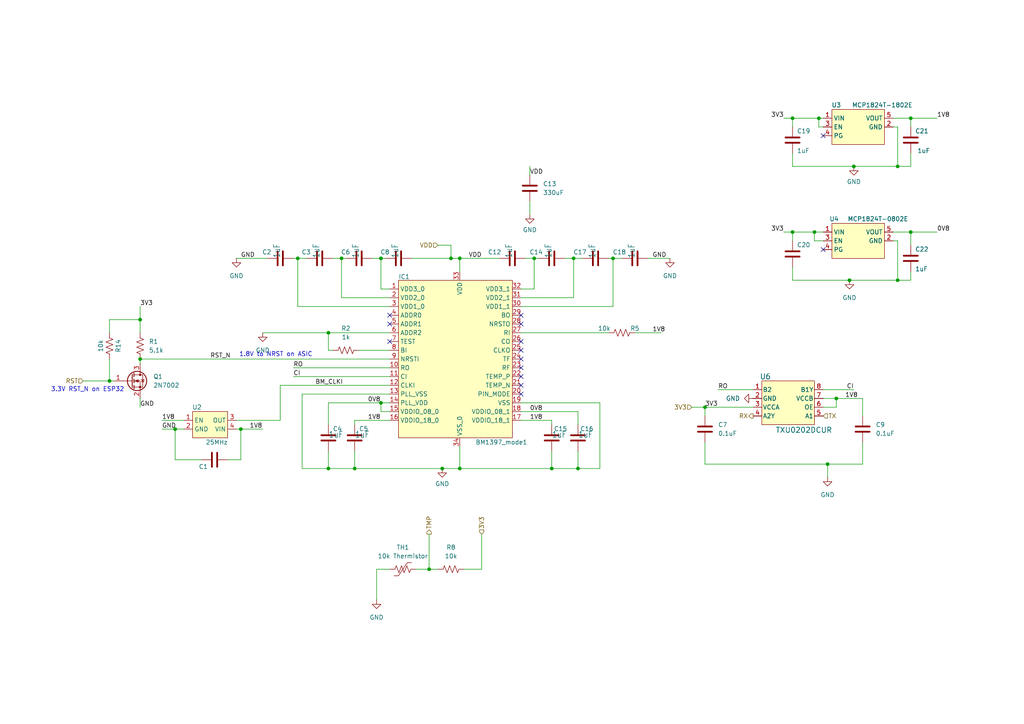
<source format=kicad_sch>
(kicad_sch (version 20231120) (generator "eeschema") (generator_version "8.0")
  (paper "A4")
  (title_block (title "NerdNOS") (date "2024-04-05") (rev "1"))
  (lib_symbols
    (symbol "Device:C" (pin_numbers hide) (pin_names (offset 0.254))
      (property "Reference" "C" (at 0.635 2.54 0))
      (property "Value" "C" (at 0.635 -2.54 0))
      (symbol "C_0_1"
        (polyline (pts (xy -2.032 -0.762) (xy 2.032 -0.762)) (stroke (width 0.508)))
        (polyline (pts (xy -2.032 0.762) (xy 2.032 0.762)) (stroke (width 0.508)))
      )
      (symbol "C_1_1"
        (pin passive line (at 0 3.81 270) (length 2.794) (name "~") (number "1"))
        (pin passive line (at 0 -3.81 90) (length 2.794) (name "~") (number "2"))
      )
    )
    (symbol "Device:R_US" (pin_numbers hide) (pin_names (offset 0))
      (property "Reference" "R" (at 2.54 0 90))
      (property "Value" "R_US" (at -2.54 0 90))
      (symbol "R_US_0_1"
        (polyline (pts (xy 0 -2.286) (xy 0 -2.54)))
        (polyline (pts (xy 0 2.286) (xy 0 2.54)))
        (polyline (pts (xy 0 -0.762) (xy 1.016 -1.143) (xy 0 -1.524) (xy -1.016 -1.905) (xy 0 -2.286)))
        (polyline (pts (xy 0 0.762) (xy 1.016 0.381) (xy 0 0) (xy -1.016 -0.381) (xy 0 -0.762)))
        (polyline (pts (xy 0 2.286) (xy 1.016 1.905) (xy 0 1.524) (xy -1.016 1.143) (xy 0 0.762)))
      )
      (symbol "R_US_1_1"
        (pin passive line (at 0 3.81 270) (length 1.27) (name "~") (number "1"))
        (pin passive line (at 0 -3.81 90) (length 1.27) (name "~") (number "2"))
      )
    )
    (symbol "Device:Thermistor_US" (pin_numbers hide) (pin_names (offset 0))
      (property "Reference" "TH" (at 2.54 1.27 90))
      (property "Value" "Thermistor_US" (at -2.54 0 90))
      (symbol "Thermistor_US_0_1"
        (polyline (pts (xy 0 -2.286) (xy 0 -2.54)))
        (polyline (pts (xy 0 2.286) (xy 0 2.54)))
        (polyline (pts (xy 1.905 -1.27) (xy 1.905 -2.54)))
        (polyline (pts (xy -1.905 2.54) (xy -1.905 1.27) (xy 1.905 -1.27)))
        (polyline (pts (xy 0 -0.762) (xy 1.016 -1.143) (xy 0 -1.524) (xy -1.016 -1.905) (xy 0 -2.286)))
        (polyline (pts (xy 0 0.762) (xy 1.016 0.381) (xy 0 0) (xy -1.016 -0.381) (xy 0 -0.762)))
        (polyline (pts (xy 0 2.286) (xy 1.016 1.905) (xy 0 1.524) (xy -1.016 1.143) (xy 0 0.762)))
      )
      (symbol "Thermistor_US_1_1"
        (pin passive line (at 0 3.81 270) (length 1.27) (name "~") (number "1"))
        (pin passive line (at 0 -3.81 90) (length 1.27) (name "~") (number "2"))
      )
    )
    (symbol "GND_1" (power) (pin_numbers hide) (pin_names (offset 0) hide)
      (property "Value" "GND" (at 0 -3.81 0))
      (symbol "GND_1_0_1"
        (polyline (pts (xy 0 0) (xy 0 -1.27) (xy 1.27 -1.27) (xy 0 -2.54) (xy -1.27 -1.27) (xy 0 -1.27)))
      )
      (symbol "GND_1_1_1"
        (pin power_in line (at 0 0 270) (length 0) (name "~") (number "1"))
      )
    )
    (symbol "GND_2" (power) (pin_numbers hide) (pin_names (offset 0) hide)
      (property "Value" "GND" (at 0 -3.81 0))
      (symbol "GND_2_0_1"
        (polyline (pts (xy 0 0) (xy 0 -1.27) (xy 1.27 -1.27) (xy 0 -2.54) (xy -1.27 -1.27) (xy 0 -1.27)))
      )
      (symbol "GND_2_1_1"
        (pin power_in line (at 0 0 270) (length 0) (name "~") (number "1"))
      )
    )
    (symbol "GND_4" (power) (pin_numbers hide) (pin_names (offset 0) hide)
      (property "Value" "GND" (at 0 -3.81 0))
      (symbol "GND_4_0_1"
        (polyline (pts (xy 0 0) (xy 0 -1.27) (xy 1.27 -1.27) (xy 0 -2.54) (xy -1.27 -1.27) (xy 0 -1.27)))
      )
      (symbol "GND_4_1_1"
        (pin power_in line (at 0 0 270) (length 0) (name "~") (number "1"))
      )
    )
    (symbol "GND_5" (power) (pin_numbers hide) (pin_names (offset 0) hide)
      (property "Value" "GND" (at 0 -3.81 0))
      (symbol "GND_5_0_1"
        (polyline (pts (xy 0 0) (xy 0 -1.27) (xy 1.27 -1.27) (xy 0 -2.54) (xy -1.27 -1.27) (xy 0 -1.27)))
      )
      (symbol "GND_5_1_1"
        (pin power_in line (at 0 0 270) (length 0) (name "~") (number "1"))
      )
    )
    (symbol "GND_6" (power) (pin_numbers hide) (pin_names (offset 0) hide)
      (property "Value" "GND" (at 0 -3.81 0))
      (symbol "GND_6_0_1"
        (polyline (pts (xy 0 0) (xy 0 -1.27) (xy 1.27 -1.27) (xy 0 -2.54) (xy -1.27 -1.27) (xy 0 -1.27)))
      )
      (symbol "GND_6_1_1"
        (pin power_in line (at 0 0 270) (length 0) (name "~") (number "1"))
      )
    )
    (symbol "GND_7" (power) (pin_numbers hide) (pin_names (offset 0) hide)
      (property "Value" "GND" (at 0 -3.81 0))
      (symbol "GND_7_0_1"
        (polyline (pts (xy 0 0) (xy 0 -1.27) (xy 1.27 -1.27) (xy 0 -2.54) (xy -1.27 -1.27) (xy 0 -1.27)))
      )
      (symbol "GND_7_1_1"
        (pin power_in line (at 0 0 270) (length 0) (name "~") (number "1"))
      )
    )
    (symbol "Transistor_FET:2N7002" (pin_names hide)
      (property "Reference" "Q" (at 5.08 1.905 0))
      (property "Value" "2N7002" (at 5.08 0 0))
      (symbol "2N7002_0_1"
        (polyline (pts (xy 0.254 0) (xy -2.54 0)))
        (polyline (pts (xy 0.254 1.905) (xy 0.254 -1.905)) (stroke (width 0.254)))
        (polyline (pts (xy 0.762 -1.27) (xy 0.762 -2.286)) (stroke (width 0.254)))
        (polyline (pts (xy 0.762 0.508) (xy 0.762 -0.508)) (stroke (width 0.254)))
        (polyline (pts (xy 0.762 2.286) (xy 0.762 1.27)) (stroke (width 0.254)))
        (polyline (pts (xy 2.54 2.54) (xy 2.54 1.778)))
        (polyline (pts (xy 2.54 -2.54) (xy 2.54 0) (xy 0.762 0)))
        (polyline (pts (xy 0.762 -1.778) (xy 3.302 -1.778) (xy 3.302 1.778) (xy 0.762 1.778)))
        (polyline (pts (xy 1.016 0) (xy 2.032 0.381) (xy 2.032 -0.381) (xy 1.016 0)) (fill (type outline)))
        (polyline (pts (xy 2.794 0.508) (xy 2.921 0.381) (xy 3.683 0.381) (xy 3.81 0.254)))
        (polyline (pts (xy 3.302 0.381) (xy 2.921 -0.254) (xy 3.683 -0.254) (xy 3.302 0.381)))
        (circle (center 1.651 0) (radius 2.794) (stroke (width 0.254)))
        (circle (center 2.54 -1.778) (radius 0.254) (fill (type outline)))
        (circle (center 2.54 1.778) (radius 0.254) (fill (type outline)))
      )
      (symbol "2N7002_1_1"
        (pin input line (at -5.08 0 0) (length 2.54) (name "G") (number "1"))
        (pin passive line (at 2.54 -5.08 90) (length 2.54) (name "S") (number "2"))
        (pin passive line (at 2.54 5.08 270) (length 2.54) (name "D") (number "3"))
      )
    )
    (symbol "bitaxe:BM1397_mode1"
      (property "Reference" "IC" (at -17.78 17.78 0))
      (property "Value" "BM1397_mode1" (at -17.78 -30.48 0))
      (symbol "BM1397_mode1_1_0"
        (pin bidirectional line (at -20.32 15.24 0) (length 2.54) (name "VDD3_0") (number "1"))
        (pin bidirectional line (at -20.32 -7.62 0) (length 2.54) (name "RO") (number "10"))
        (pin bidirectional line (at -20.32 -10.16 0) (length 2.54) (name "CI") (number "11"))
        (pin bidirectional line (at -20.32 -12.7 0) (length 2.54) (name "CLKI") (number "12"))
        (pin bidirectional line (at -20.32 -15.24 0) (length 2.54) (name "PLL_VSS") (number "13"))
        (pin bidirectional line (at -20.32 -17.78 0) (length 2.54) (name "PLL_VDD") (number "14"))
        (pin bidirectional line (at -20.32 -20.32 0) (length 2.54) (name "VDDIO_08_0") (number "15"))
        (pin bidirectional line (at -20.32 -22.86 0) (length 2.54) (name "VDDIO_18_0") (number "16"))
        (pin bidirectional line (at 17.78 -22.86 180) (length 2.54) (name "VDDIO_18_1") (number "17"))
        (pin bidirectional line (at 17.78 -20.32 180) (length 2.54) (name "VDDIO_08_1") (number "18"))
        (pin bidirectional line (at 17.78 -17.78 180) (length 2.54) (name "VSS") (number "19"))
        (pin bidirectional line (at -20.32 12.7 0) (length 2.54) (name "VDD2_0") (number "2"))
        (pin bidirectional line (at 17.78 -15.24 180) (length 2.54) (name "PIN_MODE") (number "20"))
        (pin bidirectional line (at 17.78 -12.7 180) (length 2.54) (name "TEMP_N") (number "21"))
        (pin bidirectional line (at 17.78 -10.16 180) (length 2.54) (name "TEMP_P") (number "22"))
        (pin bidirectional line (at 17.78 -7.62 180) (length 2.54) (name "RF") (number "23"))
        (pin bidirectional line (at 17.78 -5.08 180) (length 2.54) (name "TF") (number "24"))
        (pin bidirectional line (at 17.78 -2.54 180) (length 2.54) (name "CLKO") (number "25"))
        (pin bidirectional line (at 17.78 0 180) (length 2.54) (name "CO") (number "26"))
        (pin bidirectional line (at 17.78 2.54 180) (length 2.54) (name "RI") (number "27"))
        (pin bidirectional line (at 17.78 5.08 180) (length 2.54) (name "NRSTO") (number "28"))
        (pin bidirectional line (at 17.78 7.62 180) (length 2.54) (name "BO") (number "29"))
        (pin bidirectional line (at -20.32 10.16 0) (length 2.54) (name "VDD1_0") (number "3"))
        (pin bidirectional line (at 17.78 10.16 180) (length 2.54) (name "VDD1_1") (number "30"))
        (pin bidirectional line (at 17.78 12.7 180) (length 2.54) (name "VDD2_1") (number "31"))
        (pin bidirectional line (at 17.78 15.24 180) (length 2.54) (name "VDD3_1") (number "32"))
        (pin bidirectional line (at 0 20.32 270) (length 2.54) (name "VDD") (number "33"))
        (pin bidirectional line (at 0 -30.48 90) (length 2.54) (name "VSS_0") (number "34"))
        (pin bidirectional line (at -20.32 7.62 0) (length 2.54) (name "ADDR0") (number "4"))
        (pin bidirectional line (at -20.32 5.08 0) (length 2.54) (name "ADDR1") (number "5"))
        (pin bidirectional line (at -20.32 2.54 0) (length 2.54) (name "ADDR2") (number "6"))
        (pin bidirectional line (at -20.32 0 0) (length 2.54) (name "TEST") (number "7"))
        (pin bidirectional line (at -20.32 -2.54 0) (length 2.54) (name "BI") (number "8"))
        (pin bidirectional line (at -20.32 -5.08 0) (length 2.54) (name "NRSTI") (number "9"))
      )
      (symbol "BM1397_mode1_1_1"
        (rectangle (start -17.78 17.78) (end 15.24 -27.94) (stroke (width 0.1524)) (fill (type background)))
      )
    )
    (symbol "bitaxe:MCP1824"
      (property "Reference" "U" (at -7.62 5.08 0))
      (property "Value" "MCP1824" (at 5.08 5.08 0))
      (symbol "MCP1824_0_1"
        (rectangle (start -7.62 3.81) (end 7.62 -6.35) (stroke (width 0.1524)) (fill (type background)))
      )
      (symbol "MCP1824_1_0"
        (pin bidirectional line (at -10.16 1.27 0) (length 2.54) (name "VIN") (number "1"))
        (pin bidirectional line (at 10.16 -1.27 180) (length 2.54) (name "GND") (number "2"))
        (pin bidirectional line (at -10.16 -1.27 0) (length 2.54) (name "EN") (number "3"))
        (pin bidirectional line (at -10.16 -3.81 0) (length 2.54) (name "PG") (number "4"))
        (pin power_out line (at 10.16 1.27 180) (length 2.54) (name "VOUT") (number "5"))
      )
    )
    (symbol "bitaxe:TXU0202DCUR" (pin_names (offset 0.254))
      (property "Reference" "U6" (at -6.604 7.62 0))
      (property "Value" "TXU0202DCUR" (at 7.62 -8.128 0))
      (symbol "TXU0202DCUR_0_1"
        (pin power_out line (at -10.16 1.27 0) (length 2.54) (name "GND") (number "2"))
        (pin power_in line (at -10.16 -1.27 0) (length 2.54) (name "VCCA") (number "3"))
        (pin output line (at -10.16 -3.81 0) (length 2.54) (name "A2Y") (number "4"))
        (pin input line (at 10.16 -3.81 180) (length 2.54) (name "A1") (number "5"))
        (pin input line (at 10.16 -1.27 180) (length 2.54) (name "OE") (number "6"))
        (pin power_in line (at 10.16 1.27 180) (length 2.54) (name "VCCB") (number "7"))
        (pin output line (at 10.16 3.81 180) (length 2.54) (name "B1Y") (number "8"))
      )
      (symbol "TXU0202DCUR_1_1"
        (rectangle (start -7.62 6.35) (end 7.62 -6.35) (fill (type background)))
        (pin input line (at -10.16 3.81 0) (length 2.54) (name "B2") (number "1"))
      )
    )
    (symbol "bitaxe:oscillator"
      (property "Reference" "U" (at -3.81 5.08 0))
      (property "Value" "oscillator" (at 0 -5.08 0))
      (symbol "oscillator_0_1"
        (rectangle (start -5.08 3.81) (end 5.08 -3.81) (stroke (width 0.1524)) (fill (type background)))
      )
      (symbol "oscillator_1_0"
        (pin input line (at -7.62 1.27 0) (length 2.54) (name "EN") (number "1"))
        (pin bidirectional line (at -7.62 -1.27 0) (length 2.54) (name "GND") (number "2"))
        (pin bidirectional line (at 7.62 1.27 180) (length 2.54) (name "OUT") (number "3"))
        (pin power_in line (at 7.62 -1.27 180) (length 2.54) (name "VIN") (number "4"))
      )
    )
    (symbol "power:GND" (power) (pin_names (offset 0))
      (property "Value" "GND" (at 0 -3.81 0))
      (symbol "GND_0_1"
        (polyline (pts (xy 0 0) (xy 0 -1.27) (xy 1.27 -1.27) (xy 0 -2.54) (xy -1.27 -1.27) (xy 0 -1.27)))
      )
      (symbol "GND_1_1"
        (pin power_in line (at 0 0 270) (length 0) hide (name "GND") (number "1"))
      )
    )
  )
  (junction (at 240.03 134.62))
  (junction (at 260.35 48.26) (diameter 0.9144))
  (junction (at 229.87 67.31) (diameter 0.9144))
  (junction (at 242.57 115.57))
  (junction (at 237.49 34.29))
  (junction (at 95.25 135.89))
  (junction (at 229.87 34.29) (diameter 0.9144))
  (junction (at 160.02 135.89))
  (junction (at 130.81 74.93))
  (junction (at 50.8 124.46))
  (junction (at 40.64 104.14))
  (junction (at 204.47 118.11))
  (junction (at 167.64 135.89))
  (junction (at 128.27 135.89))
  (junction (at 102.87 135.89))
  (junction (at 236.22 67.31))
  (junction (at 247.65 48.26))
  (junction (at 40.64 92.71))
  (junction (at 264.16 67.31) (diameter 0.9144))
  (junction (at 99.06 74.93))
  (junction (at 154.94 74.93))
  (junction (at 166.37 74.93))
  (junction (at 124.46 165.1))
  (junction (at 95.25 96.52))
  (junction (at 264.16 34.29) (diameter 0.9144))
  (junction (at 86.36 74.93))
  (junction (at 177.8 74.93))
  (junction (at 31.75 110.49))
  (junction (at 246.38 81.28))
  (junction (at 110.49 116.84))
  (junction (at 133.35 135.89))
  (junction (at 69.85 124.46))
  (junction (at 133.35 74.93))
  (junction (at 260.35 81.28) (diameter 0.9144))
  (junction (at 110.49 74.93))
  (no_connect (at 113.03 99.06))
  (no_connect (at 151.13 111.76))
  (no_connect (at 151.13 114.3))
  (no_connect (at 151.13 101.6))
  (no_connect (at 151.13 109.22))
  (no_connect (at 151.13 104.14))
  (no_connect (at 238.76 39.37))
  (no_connect (at 113.03 93.98))
  (no_connect (at 151.13 106.68))
  (no_connect (at 151.13 99.06))
  (no_connect (at 151.13 91.44))
  (no_connect (at 151.13 93.98))
  (no_connect (at 113.03 91.44))
  (no_connect (at 238.76 72.39))
  (wire (pts (xy 133.35 135.89) (xy 133.35 129.54)))
  (wire (pts (xy 110.49 74.93) (xy 110.49 83.82)))
  (wire (pts (xy 40.64 104.14) (xy 113.03 104.14)))
  (wire (pts (xy 107.95 74.93) (xy 110.49 74.93)))
  (wire (pts (xy 69.85 124.46) (xy 76.2 124.46)))
  (wire (pts (xy 40.64 92.71) (xy 40.64 96.52)))
  (wire (pts (xy 102.87 130.81) (xy 102.87 135.89)))
  (wire (pts (xy 68.58 124.46) (xy 69.85 124.46)))
  (wire (pts (xy 187.96 74.93) (xy 194.31 74.93)))
  (wire (pts (xy 154.94 74.93) (xy 156.21 74.93)))
  (wire (pts (xy 240.03 134.62) (xy 250.19 134.62)))
  (wire (pts (xy 76.2 96.52) (xy 95.25 96.52)))
  (wire (pts (xy 166.37 86.36) (xy 166.37 74.93)))
  (wire (pts (xy 153.67 58.42) (xy 153.67 62.23)))
  (wire (pts (xy 120.65 165.1) (xy 124.46 165.1)))
  (wire (pts (xy 31.75 96.52) (xy 31.75 92.71)))
  (wire (pts (xy 236.22 69.85) (xy 238.76 69.85)))
  (wire (pts (xy 184.15 96.52) (xy 191.77 96.52)))
  (wire (pts (xy 160.02 130.81) (xy 160.02 135.89)))
  (wire (pts (xy 86.36 88.9) (xy 86.36 74.93)))
  (wire (pts (xy 173.99 116.84) (xy 151.13 116.84)))
  (wire (pts (xy 260.35 81.28) (xy 246.38 81.28)))
  (wire (pts (xy 31.75 92.71) (xy 40.64 92.71)))
  (wire (pts (xy 24.13 110.49) (xy 31.75 110.49)))
  (wire (pts (xy 110.49 119.38) (xy 110.49 116.84)))
  (wire (pts (xy 238.76 118.11) (xy 242.57 118.11)))
  (wire (pts (xy 68.58 121.92) (xy 81.28 121.92)))
  (wire (pts (xy 264.16 34.29) (xy 271.78 34.29)))
  (wire (pts (xy 260.35 69.85) (xy 259.08 69.85)))
  (wire (pts (xy 229.87 48.26) (xy 247.65 48.26)))
  (wire (pts (xy 264.16 44.45) (xy 264.16 48.26)))
  (wire (pts (xy 95.25 130.81) (xy 95.25 135.89)))
  (wire (pts (xy 152.4 74.93) (xy 154.94 74.93)))
  (wire (pts (xy 236.22 69.85) (xy 236.22 67.31)))
  (wire (pts (xy 81.28 111.76) (xy 81.28 121.92)))
  (wire (pts (xy 50.8 133.35) (xy 50.8 124.46)))
  (wire (pts (xy 127 71.12) (xy 130.81 71.12)))
  (wire (pts (xy 227.33 67.31) (xy 229.87 67.31)))
  (wire (pts (xy 46.99 124.46) (xy 50.8 124.46)))
  (wire (pts (xy 167.64 119.38) (xy 167.64 123.19)))
  (wire (pts (xy 95.25 135.89) (xy 102.87 135.89)))
  (wire (pts (xy 238.76 115.57) (xy 242.57 115.57)))
  (wire (pts (xy 229.87 44.45) (xy 229.87 48.26)))
  (wire (pts (xy 238.76 113.03) (xy 247.65 113.03)))
  (wire (pts (xy 87.63 114.3) (xy 87.63 135.89)))
  (wire (pts (xy 229.87 34.29) (xy 229.87 36.83)))
  (wire (pts (xy 236.22 67.31) (xy 238.76 67.31)))
  (wire (pts (xy 109.22 165.1) (xy 109.22 173.99)))
  (wire (pts (xy 250.19 134.62) (xy 250.19 128.27)))
  (wire (pts (xy 31.75 110.49) (xy 33.02 110.49)))
  (wire (pts (xy 151.13 119.38) (xy 167.64 119.38)))
  (wire (pts (xy 95.25 116.84) (xy 110.49 116.84)))
  (wire (pts (xy 237.49 36.83) (xy 237.49 34.29)))
  (wire (pts (xy 242.57 115.57) (xy 250.19 115.57)))
  (wire (pts (xy 119.38 74.93) (xy 130.81 74.93)))
  (wire (pts (xy 229.87 34.29) (xy 237.49 34.29)))
  (wire (pts (xy 31.75 104.14) (xy 31.75 110.49)))
  (wire (pts (xy 68.58 74.93) (xy 77.47 74.93)))
  (wire (pts (xy 204.47 134.62) (xy 204.47 128.27)))
  (wire (pts (xy 124.46 154.94) (xy 124.46 165.1)))
  (wire (pts (xy 85.09 109.22) (xy 113.03 109.22)))
  (wire (pts (xy 259.08 67.31) (xy 264.16 67.31)))
  (wire (pts (xy 113.03 83.82) (xy 110.49 83.82)))
  (wire (pts (xy 229.87 67.31) (xy 229.87 69.85)))
  (wire (pts (xy 86.36 74.93) (xy 88.9 74.93)))
  (wire (pts (xy 128.27 135.89) (xy 133.35 135.89)))
  (wire (pts (xy 208.28 113.03) (xy 218.44 113.03)))
  (wire (pts (xy 259.08 34.29) (xy 264.16 34.29)))
  (wire (pts (xy 204.47 118.11) (xy 218.44 118.11)))
  (wire (pts (xy 166.37 74.93) (xy 168.91 74.93)))
  (wire (pts (xy 133.35 74.93) (xy 133.35 78.74)))
  (wire (pts (xy 173.99 135.89) (xy 173.99 116.84)))
  (wire (pts (xy 133.35 135.89) (xy 160.02 135.89)))
  (wire (pts (xy 66.04 133.35) (xy 69.85 133.35)))
  (wire (pts (xy 151.13 121.92) (xy 160.02 121.92)))
  (wire (pts (xy 242.57 118.11) (xy 242.57 115.57)))
  (wire (pts (xy 200.66 118.11) (xy 204.47 118.11)))
  (wire (pts (xy 153.67 50.8) (xy 153.67 48.26)))
  (wire (pts (xy 81.28 111.76) (xy 113.03 111.76)))
  (wire (pts (xy 250.19 115.57) (xy 250.19 120.65)))
  (wire (pts (xy 46.99 121.92) (xy 53.34 121.92)))
  (wire (pts (xy 151.13 96.52) (xy 176.53 96.52)))
  (wire (pts (xy 95.25 123.19) (xy 95.25 116.84)))
  (wire (pts (xy 69.85 133.35) (xy 69.85 124.46)))
  (wire (pts (xy 163.83 74.93) (xy 166.37 74.93)))
  (wire (pts (xy 167.64 135.89) (xy 173.99 135.89)))
  (wire (pts (xy 264.16 48.26) (xy 260.35 48.26)))
  (wire (pts (xy 130.81 71.12) (xy 130.81 74.93)))
  (wire (pts (xy 85.09 106.68) (xy 113.03 106.68)))
  (wire (pts (xy 237.49 34.29) (xy 238.76 34.29)))
  (wire (pts (xy 144.78 74.93) (xy 133.35 74.93)))
  (wire (pts (xy 264.16 67.31) (xy 264.16 71.12)))
  (wire (pts (xy 204.47 134.62) (xy 240.03 134.62)))
  (wire (pts (xy 176.53 74.93) (xy 177.8 74.93)))
  (wire (pts (xy 50.8 124.46) (xy 53.34 124.46)))
  (wire (pts (xy 102.87 135.89) (xy 128.27 135.89)))
  (wire (pts (xy 113.03 86.36) (xy 99.06 86.36)))
  (wire (pts (xy 113.03 119.38) (xy 110.49 119.38)))
  (wire (pts (xy 110.49 116.84) (xy 113.03 116.84)))
  (wire (pts (xy 260.35 36.83) (xy 260.35 48.26)))
  (wire (pts (xy 160.02 135.89) (xy 167.64 135.89)))
  (wire (pts (xy 104.14 101.6) (xy 113.03 101.6)))
  (wire (pts (xy 229.87 67.31) (xy 236.22 67.31)))
  (wire (pts (xy 95.25 96.52) (xy 113.03 96.52)))
  (wire (pts (xy 167.64 130.81) (xy 167.64 135.89)))
  (wire (pts (xy 102.87 123.19) (xy 102.87 121.92)))
  (wire (pts (xy 96.52 101.6) (xy 95.25 101.6)))
  (wire (pts (xy 102.87 121.92) (xy 113.03 121.92)))
  (wire (pts (xy 95.25 101.6) (xy 95.25 96.52)))
  (wire (pts (xy 260.35 36.83) (xy 259.08 36.83)))
  (wire (pts (xy 87.63 135.89) (xy 95.25 135.89)))
  (wire (pts (xy 58.42 133.35) (xy 50.8 133.35)))
  (wire (pts (xy 264.16 34.29) (xy 264.16 36.83)))
  (wire (pts (xy 87.63 114.3) (xy 113.03 114.3)))
  (wire (pts (xy 151.13 88.9) (xy 177.8 88.9)))
  (wire (pts (xy 204.47 118.11) (xy 204.47 120.65)))
  (wire (pts (xy 260.35 69.85) (xy 260.35 81.28)))
  (wire (pts (xy 110.49 74.93) (xy 111.76 74.93)))
  (wire (pts (xy 227.33 34.29) (xy 229.87 34.29)))
  (wire (pts (xy 85.09 74.93) (xy 86.36 74.93)))
  (wire (pts (xy 247.65 48.26) (xy 260.35 48.26)))
  (wire (pts (xy 113.03 88.9) (xy 86.36 88.9)))
  (wire (pts (xy 40.64 88.9) (xy 40.64 92.71)))
  (wire (pts (xy 264.16 81.28) (xy 260.35 81.28)))
  (wire (pts (xy 229.87 77.47) (xy 229.87 81.28)))
  (wire (pts (xy 177.8 88.9) (xy 177.8 74.93)))
  (wire (pts (xy 130.81 74.93) (xy 133.35 74.93)))
  (wire (pts (xy 96.52 74.93) (xy 99.06 74.93)))
  (wire (pts (xy 40.64 115.57) (xy 40.64 118.11)))
  (wire (pts (xy 99.06 86.36) (xy 99.06 74.93)))
  (wire (pts (xy 264.16 78.74) (xy 264.16 81.28)))
  (wire (pts (xy 160.02 121.92) (xy 160.02 123.19)))
  (wire (pts (xy 264.16 67.31) (xy 271.78 67.31)))
  (wire (pts (xy 99.06 74.93) (xy 100.33 74.93)))
  (wire (pts (xy 237.49 36.83) (xy 238.76 36.83)))
  (wire (pts (xy 240.03 134.62) (xy 240.03 138.43)))
  (wire (pts (xy 134.62 165.1) (xy 139.7 165.1)))
  (wire (pts (xy 246.38 81.28) (xy 229.87 81.28)))
  (wire (pts (xy 154.94 83.82) (xy 154.94 74.93)))
  (wire (pts (xy 40.64 104.14) (xy 40.64 105.41)))
  (wire (pts (xy 151.13 86.36) (xy 166.37 86.36)))
  (wire (pts (xy 113.03 165.1) (xy 109.22 165.1)))
  (wire (pts (xy 124.46 165.1) (xy 127 165.1)))
  (wire (pts (xy 151.13 83.82) (xy 154.94 83.82)))
  (wire (pts (xy 139.7 165.1) (xy 139.7 154.94)))
  (wire (pts (xy 177.8 74.93) (xy 180.34 74.93)))
  (text "3.3V RST_N on ESP32" (at 25.4 113.03 0) (effects (font (size 1.27 1.27))))
  (text "1.8V to NRST on ASIC" (at 80.01 102.87 0) (effects (font (size 1.27 1.27))))
  (label "1V8" (at 153.67 121.92 0))
  (label "0V8" (at 106.68 116.84 0))
  (label "VDD" (at 135.89 74.93 0))
  (label "GND" (at 46.99 124.46 0))
  (label "3V3" (at 40.64 88.9 0))
  (label "3V3" (at 204.47 118.11 0))
  (label "GND" (at 189.23 74.93 0))
  (label "RST_N" (at 60.96 104.14 0))
  (label "1V8" (at 46.99 121.92 0))
  (label "CI" (at 247.65 113.03 180))
  (label "0V8" (at 153.67 119.38 0))
  (label "1V8" (at 106.68 121.92 0))
  (label "BM_CLKI" (at 91.44 111.76 0))
  (label "0V8" (at 271.78 67.31 0))
  (label "GND" (at 69.85 74.93 0))
  (label "1V8" (at 189.23 96.52 0))
  (label "3V3" (at 227.33 67.31 180))
  (label "CI" (at 85.09 109.22 0))
  (label "1V8" (at 72.39 124.46 0))
  (label "1V8" (at 245.11 115.57 0))
  (label "3V3" (at 227.33 34.29 180))
  (label "GND" (at 40.64 118.11 0))
  (label "RO" (at 208.28 113.03 0))
  (label "RO" (at 85.09 106.68 0))
  (label "1V8" (at 271.78 34.29 0))
  (label "VDD" (at 153.67 50.8 0))
  (hierarchical_label "TX" (shape input) (at 238.76 120.65 0))
  (hierarchical_label "3V3" (shape input) (at 200.66 118.11 180))
  (hierarchical_label "TMP" (shape output) (at 124.46 154.94 90))
  (hierarchical_label "3V3" (shape input) (at 139.7 154.94 90))
  (hierarchical_label "RST" (shape input) (at 24.13 110.49 180))
  (hierarchical_label "RX" (shape output) (at 218.44 120.65 180))
  (hierarchical_label "VDD" (shape input) (at 127 71.12 180))
  (symbol (lib_id "Device:C") (at 160.02 74.93 90) (unit 1)
    (property "Reference" "C14" (at 157.48 72.39 90) (effects (justify left bottom)))
    (property "Value" "1uF" (at 160.02 74.93 0) (effects (font (size 1.778 1.5113)) (justify left bottom)))
    (property "Footprint" "Capacitor_SMD:C_0402_1005Metric" (effects (hide yes)))
    (property "DK" "587-5514-1-ND" (effects (hide yes)))
    (property "PARTNO" "EMK105BJ105MV-F" (effects (hide yes)))
  )
  (symbol (lib_id "Device:C") (at 95.25 127 0) (unit 1)
    (property "Reference" "C4" (at 96.52 125.095 0) (effects (justify left bottom)))
    (property "Value" "1uF" (at 95.25 127 0) (effects (font (size 1.778 1.5113)) (justify left bottom)))
    (property "Footprint" "Capacitor_SMD:C_0402_1005Metric" (effects (hide yes)))
    (property "DK" "587-5514-1-ND" (effects (hide yes)))
    (property "PARTNO" "EMK105BJ105MV-F" (effects (hide yes)))
  )
  (symbol (lib_id "Device:Thermistor_US") (at 116.84 165.1 90) (unit 1)
    (property "Reference" "TH1" (at 116.84 158.75 90))
    (property "Value" "10k Thermistor" (at 116.84 161.29 90))
    (property "Footprint" "Resistor_SMD:R_0402_1005Metric" (effects (hide yes)))
    (property "Description" "Thermistor, temperature dependent resistor, US symbol" (effects (hide yes)))
    (property "PARTNO" "NTCG103JF103FT1" (effects (hide yes)))
    (property "DK" "445-2550-2-ND" (effects (hide yes)))
  )
  (symbol (lib_id "power:GND") (at 247.65 48.26 0) (mirror y) (unit 1)
    (property "Reference" "#PWR012" (effects (hide yes)))
    (property "Value" "GND" (at 247.65 52.705 0))
  )
  (symbol (lib_id "Device:C") (at 167.64 127 0) (unit 1)
    (property "Reference" "C16" (at 168.275 125.095 0) (effects (justify left bottom)))
    (property "Value" "1uF" (at 167.64 127 0) (effects (font (size 1.778 1.5113)) (justify left bottom)))
    (property "Footprint" "Capacitor_SMD:C_0402_1005Metric" (effects (hide yes)))
    (property "DK" "587-5514-1-ND" (effects (hide yes)))
    (property "PARTNO" "EMK105BJ105MV-F" (effects (hide yes)))
  )
  (symbol (lib_id "Device:C") (at 115.57 74.93 90) (unit 1)
    (property "Reference" "C8" (at 113.03 72.39 90) (effects (justify left bottom)))
    (property "Value" "1uF" (at 115.57 74.93 0) (effects (font (size 1.778 1.5113)) (justify left bottom)))
    (property "Footprint" "Capacitor_SMD:C_0402_1005Metric" (effects (hide yes)))
    (property "DK" "587-5514-1-ND" (effects (hide yes)))
    (property "PARTNO" "EMK105BJ105MV-F" (effects (hide yes)))
  )
  (symbol (lib_id "Device:C") (at 264.16 74.93 0) (unit 1)
    (property "Reference" "C22" (at 265.43 73.025 0) (effects (justify left bottom)))
    (property "Value" "1uF" (at 265.43 78.74 0) (effects (justify left bottom)))
    (property "Footprint" "Capacitor_SMD:C_0402_1005Metric" (effects (hide yes)))
    (property "DK" "587-5514-1-ND" (effects (hide yes)))
    (property "PARTNO" "EMK105BJ105MV-F" (effects (hide yes)))
  )
  (symbol (lib_name "GND_1") (lib_id "power:GND") (at 68.58 74.93 0) (unit 1)
    (property "Reference" "#PWR07" (effects (hide yes)))
    (property "Value" "GND" (at 68.58 80.01 0))
    (property "Description" "Power symbol creates a global label with name \"GND\" , ground" (effects (hide yes)))
  )
  (symbol (lib_id "Device:C") (at 104.14 74.93 90) (unit 1)
    (property "Reference" "C6" (at 101.6 72.39 90) (effects (justify left bottom)))
    (property "Value" "1uF" (at 104.14 74.93 0) (effects (font (size 1.778 1.5113)) (justify left bottom)))
    (property "Footprint" "Capacitor_SMD:C_0402_1005Metric" (effects (hide yes)))
    (property "DK" "587-5514-1-ND" (effects (hide yes)))
    (property "PARTNO" "EMK105BJ105MV-F" (effects (hide yes)))
  )
  (symbol (lib_id "power:GND") (at 128.27 135.89 0) (mirror y) (unit 1)
    (property "Reference" "#PWR02" (effects (hide yes)))
    (property "Value" "GND" (at 128.27 140.335 0))
  )
  (symbol (lib_id "Device:C") (at 229.87 40.64 0) (unit 1)
    (property "Reference" "C19" (at 231.14 38.735 0) (effects (justify left bottom)))
    (property "Value" "1uF" (at 231.14 44.45 0) (effects (justify left bottom)))
    (property "Footprint" "Capacitor_SMD:C_0402_1005Metric" (effects (hide yes)))
    (property "DK" "587-5514-1-ND" (effects (hide yes)))
    (property "PARTNO" "EMK105BJ105MV-F" (effects (hide yes)))
  )
  (symbol (lib_id "bitaxe:BM1397_mode1") (at 133.35 99.06 0) (unit 1)
    (property "Reference" "IC1" (at 115.57 80.264 0) (effects (justify left)))
    (property "Value" "BM1397_mode1" (at 137.922 128.27 0) (effects (justify left)))
    (property "Footprint" "bitaxe:BM1397" (effects (hide yes)))
    (property "DNP" "T" (effects (hide yes)))
  )
  (symbol (lib_id "Device:R_US") (at 31.75 100.33 0) (unit 1)
    (property "Reference" "R14" (at 34.29 100.33 90))
    (property "Value" "10k" (at 29.21 100.33 90))
    (property "Footprint" "Resistor_SMD:R_0402_1005Metric" (effects (hide yes)))
    (property "DK" "311-10KJRCT-ND" (effects (hide yes)))
    (property "PARTNO" "RC0402JR-0710KL" (effects (hide yes)))
  )
  (symbol (lib_name "GND_2") (lib_id "power:GND") (at 194.31 74.93 0) (unit 1)
    (property "Reference" "#PWR08" (effects (hide yes)))
    (property "Value" "GND" (at 194.31 80.01 0))
    (property "Description" "Power symbol creates a global label with name \"GND\" , ground" (effects (hide yes)))
  )
  (symbol (lib_id "bitaxe:MCP1824") (at 248.92 35.56 0) (unit 1)
    (property "Reference" "U3" (at 242.57 30.48 0))
    (property "Value" "MCP1824T-1802E" (at 255.905 30.48 0))
    (property "Footprint" "Package_TO_SOT_SMD:SOT-23-5" (effects (hide yes)))
    (property "Datasheet" "https://ww1.microchip.com/downloads/en/DeviceDoc/22070a.pdf" (effects (hide yes)))
    (property "PARTNO" "MCP1824T-1802E/OT" (effects (hide yes)))
    (property "DK" "MCP1824T-1802E/OTCT-ND" (effects (hide yes)))
  )
  (symbol (lib_id "Device:C") (at 81.28 74.93 90) (unit 1)
    (property "Reference" "C2" (at 78.74 72.39 90) (effects (justify left bottom)))
    (property "Value" "1uF" (at 81.28 74.93 0) (effects (font (size 1.778 1.5113)) (justify left bottom)))
    (property "Footprint" "Capacitor_SMD:C_0402_1005Metric" (effects (hide yes)))
    (property "DK" "587-5514-1-ND" (effects (hide yes)))
    (property "PARTNO" "EMK105BJ105MV-F" (effects (hide yes)))
  )
  (symbol (lib_id "Device:C") (at 92.71 74.93 90) (unit 1)
    (property "Reference" "C3" (at 90.17 72.39 90) (effects (justify left bottom)))
    (property "Value" "1uF" (at 92.71 74.93 0) (effects (font (size 1.778 1.5113)) (justify left bottom)))
    (property "Footprint" "Capacitor_SMD:C_0402_1005Metric" (effects (hide yes)))
    (property "DK" "587-5514-1-ND" (effects (hide yes)))
    (property "PARTNO" "EMK105BJ105MV-F" (effects (hide yes)))
  )
  (symbol (lib_id "Device:C") (at 264.16 40.64 0) (unit 1)
    (property "Reference" "C21" (at 265.43 38.735 0) (effects (justify left bottom)))
    (property "Value" "1uF" (at 266.065 44.45 0) (effects (justify left bottom)))
    (property "Footprint" "Capacitor_SMD:C_0402_1005Metric" (effects (hide yes)))
    (property "DK" "587-5514-1-ND" (effects (hide yes)))
    (property "PARTNO" "EMK105BJ105MV-F" (effects (hide yes)))
  )
  (symbol (lib_id "Device:C") (at 102.87 127 0) (unit 1)
    (property "Reference" "C5" (at 104.14 125.095 0) (effects (justify left bottom)))
    (property "Value" "1uF" (at 102.87 127 0) (effects (font (size 1.778 1.5113)) (justify left bottom)))
    (property "Footprint" "Capacitor_SMD:C_0402_1005Metric" (effects (hide yes)))
    (property "DK" "587-5514-1-ND" (effects (hide yes)))
    (property "PARTNO" "EMK105BJ105MV-F" (effects (hide yes)))
  )
  (symbol (lib_id "Device:C") (at 172.72 74.93 90) (unit 1)
    (property "Reference" "C17" (at 170.18 72.39 90) (effects (justify left bottom)))
    (property "Value" "1uF" (at 172.72 74.93 0) (effects (font (size 1.778 1.5113)) (justify left bottom)))
    (property "Footprint" "Capacitor_SMD:C_0402_1005Metric" (effects (hide yes)))
    (property "DK" "587-5514-1-ND" (effects (hide yes)))
    (property "PARTNO" "EMK105BJ105MV-F" (effects (hide yes)))
  )
  (symbol (lib_id "bitaxe:MCP1824") (at 248.92 68.58 0) (unit 1)
    (property "Reference" "U4" (at 241.935 63.5 0))
    (property "Value" "MCP1824T-0802E" (at 254.635 63.5 0))
    (property "Footprint" "Package_TO_SOT_SMD:SOT-23-5" (effects (hide yes)))
    (property "Datasheet" "https://ww1.microchip.com/downloads/en/DeviceDoc/22070a.pdf" (effects (hide yes)))
    (property "PARTNO" "MCP1824T-0802E/OT" (effects (hide yes)))
    (property "DK" "MCP1824T-0802E/OTCT-ND" (effects (hide yes)))
  )
  (symbol (lib_name "GND_1") (lib_id "power:GND") (at 76.2 96.52 0) (unit 1)
    (property "Reference" "#PWR05" (effects (hide yes)))
    (property "Value" "GND" (at 76.2 101.6 0))
    (property "Description" "Power symbol creates a global label with name \"GND\" , ground" (effects (hide yes)))
  )
  (symbol (lib_id "Device:R_US") (at 130.81 165.1 90) (unit 1)
    (property "Reference" "R8" (at 130.81 158.75 90))
    (property "Value" "10k" (at 130.81 161.29 90))
    (property "Footprint" "Resistor_SMD:R_0402_1005Metric" (effects (hide yes)))
    (property "Description" "Resistor, US symbol" (effects (hide yes)))
    (property "DK" "311-10KJRCT-ND" (effects (hide yes)))
    (property "PARTNO" "RC0402JR-0710KL" (effects (hide yes)))
  )
  (symbol (lib_id "Device:C") (at 229.87 73.66 0) (unit 1)
    (property "Reference" "C20" (at 231.14 71.755 0) (effects (justify left bottom)))
    (property "Value" "0.1uF" (effects (hide yes)))
    (property "Footprint" "Capacitor_SMD:C_0402_1005Metric" (effects (hide yes)))
    (property "DK" "478-KGM05AR71C104KHCT-ND" (effects (hide yes)))
    (property "PARTNO" "KGM05AR71C104KH" (effects (hide yes)))
  )
  (symbol (lib_name "GND_7") (lib_id "power:GND") (at 109.22 173.99 0) (unit 1)
    (property "Reference" "#PWR06" (effects (hide yes)))
    (property "Value" "GND" (at 109.22 179.07 0))
    (property "Description" "Power symbol creates a global label with name \"GND\" , ground" (effects (hide yes)))
  )
  (symbol (lib_id "Device:C") (at 148.59 74.93 90) (unit 1)
    (property "Reference" "C12" (at 145.415 72.39 90) (effects (justify left bottom)))
    (property "Value" "1uF" (at 148.59 74.93 0) (effects (font (size 1.778 1.5113)) (justify left bottom)))
    (property "Footprint" "Capacitor_SMD:C_0402_1005Metric" (effects (hide yes)))
    (property "DK" "587-5514-1-ND" (effects (hide yes)))
    (property "PARTNO" "EMK105BJ105MV-F" (effects (hide yes)))
  )
  (symbol (lib_id "Transistor_FET:2N7002") (at 38.1 110.49 0) (unit 1)
    (property "Reference" "Q1" (at 44.45 109.2199 0) (effects (justify left)))
    (property "Value" "2N7002" (at 44.45 111.7599 0) (effects (justify left)))
    (property "Footprint" "Package_TO_SOT_SMD:SOT-23" (effects (hide yes)))
    (property "Datasheet" "https://www.onsemi.com/pub/Collateral/NDS7002A-D.PDF" (effects (hide yes)))
    (property "Description" "0.115A Id, 60V Vds, N-Channel MOSFET, SOT-23" (effects (hide yes)))
    (property "DK" "2N7002NCT-ND" (effects (hide yes)))
    (property "PARTNO" "2N7002" (effects (hide yes)))
  )
  (symbol (lib_id "Device:C") (at 62.23 133.35 90) (unit 1)
    (property "Reference" "C1" (at 60.325 134.62 90) (effects (justify left bottom)))
    (property "Value" "0.1uF" (effects (hide yes)))
    (property "Footprint" "Capacitor_SMD:C_0402_1005Metric" (effects (hide yes)))
    (property "DK" "478-KGM05AR71C104KHCT-ND" (effects (hide yes)))
    (property "PARTNO" "KGM05AR71C104KH" (effects (hide yes)))
  )
  (symbol (lib_id "bitaxe:TXU0202DCUR") (at 228.6 116.84 0) (unit 1)
    (property "Reference" "U6" (at 221.996 109.22 0) (effects (font (size 1.524 1.524))))
    (property "Value" "TXU0202DCUR" (at 233.172 124.714 0) (effects (font (size 1.524 1.524))))
    (property "Footprint" "bitaxe:SO8_DCU_TEX" (effects (hide yes)))
    (property "Datasheet" "TXU0202DCUR" (effects (hide yes)))
    (property "Description" "https://www.ti.com/lit/ds/symlink/txu0202.pdf" (effects (hide yes)))
    (property "DK" "296-TXU0202DCURCT-ND" (effects (hide yes)))
    (property "PARTNO" "TXU0202DCUR" (effects (hide yes)))
  )
  (symbol (lib_id "Device:R_US") (at 180.34 96.52 90) (unit 1)
    (property "Reference" "R5" (at 184.15 95.25 90))
    (property "Value" "10k" (at 175.26 95.25 90))
    (property "Footprint" "Resistor_SMD:R_0402_1005Metric" (effects (hide yes)))
    (property "DK" "311-10KJRCT-ND" (effects (hide yes)))
    (property "PARTNO" "RC0402JR-0710KL" (effects (hide yes)))
  )
  (symbol (lib_id "Device:C") (at 160.02 127 0) (unit 1)
    (property "Reference" "C15" (at 160.655 125.095 0) (effects (justify left bottom)))
    (property "Value" "1uF" (at 160.02 127 0) (effects (font (size 1.778 1.5113)) (justify left bottom)))
    (property "Footprint" "Capacitor_SMD:C_0402_1005Metric" (effects (hide yes)))
    (property "DK" "587-5514-1-ND" (effects (hide yes)))
    (property "PARTNO" "EMK105BJ105MV-F" (effects (hide yes)))
  )
  (symbol (lib_id "Device:C") (at 153.67 54.61 0) (unit 1)
    (property "Reference" "C13" (at 157.48 53.3399 0) (effects (justify left)))
    (property "Value" "330uF" (at 157.48 55.8799 0) (effects (justify left)))
    (property "Footprint" "Capacitor_SMD:C_1210_3225Metric" (effects (hide yes)))
    (property "Description" "Unpolarized capacitor" (effects (hide yes)))
    (property "DK" "490-GRM32ER60G337ME05KCT-ND" (effects (hide yes)))
    (property "PARTNO" "GRM32ER60G337ME05K" (effects (hide yes)))
  )
  (symbol (lib_id "Device:C") (at 184.15 74.93 90) (unit 1)
    (property "Reference" "C18" (at 181.61 72.39 90) (effects (justify left bottom)))
    (property "Value" "1uF" (at 184.15 74.93 0) (effects (font (size 1.778 1.5113)) (justify left bottom)))
    (property "Footprint" "Capacitor_SMD:C_0402_1005Metric" (effects (hide yes)))
    (property "DK" "587-5514-1-ND" (effects (hide yes)))
    (property "PARTNO" "EMK105BJ105MV-F" (effects (hide yes)))
  )
  (symbol (lib_id "bitaxe:oscillator") (at 60.96 123.19 0) (unit 1)
    (property "Reference" "U2" (at 57.15 118.11 0))
    (property "Value" "25MHz" (at 62.865 128.27 0))
    (property "Footprint" "bitaxe:O 25,0-JO32-B-1V3-1-T1-LF" (effects (hide yes)))
    (property "Datasheet" "https://www.jauch.com/downloadfile/5ef1edcfb8e2f73163c8ce8009ef659d1/jo32-1.8-3.3v.pdf" (effects (hide yes)))
    (property "DK" "1908-O250-JO32-B-1V3-1-T1-LFCT-ND" (effects (hide yes)))
    (property "PARTNO" "O 25,0-JO32-B-1V3-1-T1-LF" (effects (hide yes)))
  )
  (symbol (lib_name "GND_6") (lib_id "power:GND") (at 240.03 138.43 0) (unit 1)
    (property "Reference" "#PWR015" (effects (hide yes)))
    (property "Value" "GND" (at 240.03 143.51 0))
    (property "Description" "Power symbol creates a global label with name \"GND\" , ground" (effects (hide yes)))
  )
  (symbol (lib_id "Device:R_US") (at 100.33 101.6 90) (unit 1)
    (property "Reference" "R2" (at 100.33 95.25 90))
    (property "Value" "1k" (at 100.33 97.79 90))
    (property "Footprint" "Resistor_SMD:R_0402_1005Metric" (effects (hide yes)))
    (property "Description" "Resistor, US symbol" (effects (hide yes)))
    (property "DK" "311-1.00KLRCT-ND" (effects (hide yes)))
    (property "PARTNO" "RC0402FR-071KL" (effects (hide yes)))
  )
  (symbol (lib_id "Device:C") (at 250.19 124.46 0) (unit 1)
    (property "Reference" "C9" (at 254 123.1899 0) (effects (justify left)))
    (property "Value" "0.1uF" (at 254 125.7299 0) (effects (justify left)))
    (property "Footprint" "Capacitor_SMD:C_0402_1005Metric" (effects (hide yes)))
    (property "Description" "Unpolarized capacitor" (effects (hide yes)))
    (property "PARTNO" "KGM05AR71C104KH" (effects (hide yes)))
    (property "DK" "478-KGM05AR71C104KHCT-ND" (effects (hide yes)))
  )
  (symbol (lib_name "GND_5") (lib_id "power:GND") (at 246.38 81.28 0) (unit 1)
    (property "Reference" "#PWR013" (effects (hide yes)))
    (property "Value" "GND" (at 246.38 86.36 0))
    (property "Description" "Power symbol creates a global label with name \"GND\" , ground" (effects (hide yes)))
  )
  (symbol (lib_id "Device:R_US") (at 40.64 100.33 180) (unit 1)
    (property "Reference" "R1" (at 43.18 99.0599 0) (effects (justify right)))
    (property "Value" "5.1k" (at 43.18 101.5999 0) (effects (justify right)))
    (property "Footprint" "Resistor_SMD:R_0402_1005Metric" (effects (hide yes)))
    (property "Description" "Resistor, US symbol" (effects (hide yes)))
    (property "DK" "RMCF0402JT5K10CT-ND" (effects (hide yes)))
    (property "PARTNO" "ERJ-2RKF2491X" (effects (hide yes)))
  )
  (symbol (lib_id "power:GND") (at 153.67 62.23 0) (mirror y) (unit 1)
    (property "Reference" "#PWR01" (effects (hide yes)))
    (property "Value" "GND" (at 153.67 66.675 0))
  )
  (symbol (lib_name "GND_4") (lib_id "power:GND") (at 218.44 115.57 270) (unit 1)
    (property "Reference" "#PWR014" (effects (hide yes)))
    (property "Value" "GND" (at 214.63 115.5699 90) (effects (justify right)))
    (property "Description" "Power symbol creates a global label with name \"GND\" , ground" (effects (hide yes)))
  )
  (symbol (lib_id "Device:C") (at 204.47 124.46 180) (unit 1)
    (property "Reference" "C7" (at 208.28 123.1899 0) (effects (justify right)))
    (property "Value" "0.1uF" (at 208.28 125.7299 0) (effects (justify right)))
    (property "Footprint" "Capacitor_SMD:C_0402_1005Metric" (effects (hide yes)))
    (property "Description" "Unpolarized capacitor" (effects (hide yes)))
    (property "PARTNO" "KGM05AR71C104KH" (effects (hide yes)))
    (property "DK" "478-KGM05AR71C104KHCT-ND" (effects (hide yes)))
  )
)
</source>
